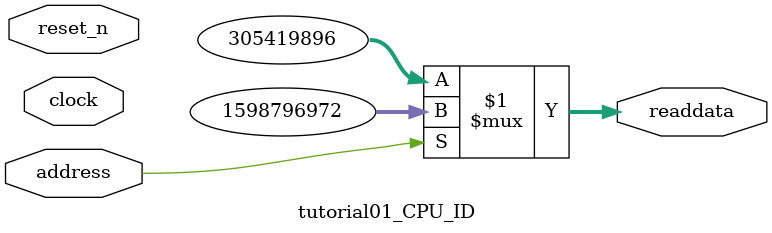
<source format=v>



// synthesis translate_off
`timescale 1ns / 1ps
// synthesis translate_on

// turn off superfluous verilog processor warnings 
// altera message_level Level1 
// altera message_off 10034 10035 10036 10037 10230 10240 10030 

module tutorial01_CPU_ID (
               // inputs:
                address,
                clock,
                reset_n,

               // outputs:
                readdata
             )
;

  output  [ 31: 0] readdata;
  input            address;
  input            clock;
  input            reset_n;

  wire    [ 31: 0] readdata;
  //control_slave, which is an e_avalon_slave
  assign readdata = address ? 1598796972 : 305419896;

endmodule



</source>
